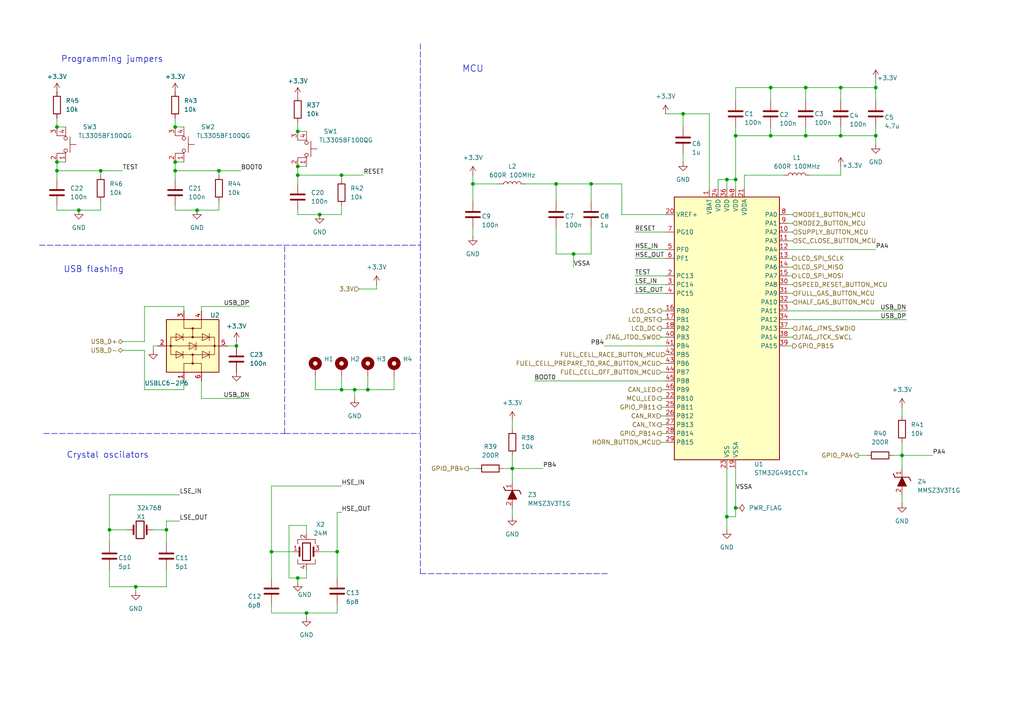
<source format=kicad_sch>
(kicad_sch (version 20250114) (generator "eeschema") (generator_version "9.0")
  (paper "A4")
  (lib_symbols
    (symbol "Device:C" (pin_numbers (hide yes)) (pin_names (offset 0.254))
      (property "Reference" "C" (at 0.635 2.54 0))
      (property "Value" "C" (at 0.635 -2.54 0))
      (symbol "C_0_1"
        (polyline (pts (xy -2.032 0.762) (xy 2.032 0.762)) (stroke (width 0.508)))
        (polyline (pts (xy -2.032 -0.762) (xy 2.032 -0.762)) (stroke (width 0.508)))
      )
      (symbol "C_1_1"
        (pin passive line (at 0 3.81 270) (length 2.794) (name "~") (number "1"))
        (pin passive line (at 0 -3.81 90) (length 2.794) (name "~") (number "2"))
      )
    )
    (symbol "Device:Crystal" (pin_numbers (hide yes)) (pin_names (offset 1.016) (hide yes))
      (property "Reference" "Y" (at 0 3.81 0))
      (property "Value" "Crystal" (at 0 -3.81 0))
      (symbol "Crystal_0_1"
        (polyline (pts (xy -2.54 0) (xy -1.905 0)))
        (polyline (pts (xy -1.905 -1.27) (xy -1.905 1.27)) (stroke (width 0.508)))
        (rectangle (start -1.143 2.54) (end 1.143 -2.54) (stroke (width 0.3048)))
        (polyline (pts (xy 1.905 -1.27) (xy 1.905 1.27)) (stroke (width 0.508)))
        (polyline (pts (xy 2.54 0) (xy 1.905 0)))
      )
      (symbol "Crystal_1_1"
        (pin passive line (at -3.81 0 0) (length 1.27) (name "1") (number "1"))
        (pin passive line (at 3.81 0 180) (length 1.27) (name "2") (number "2"))
      )
    )
    (symbol "Device:Crystal_GND24" (pin_names (offset 1.016) (hide yes))
      (property "Reference" "Y" (at 3.175 5.08 0))
      (property "Value" "Crystal_GND24" (at 3.175 3.175 0))
      (symbol "Crystal_GND24_0_1"
        (polyline (pts (xy -2.54 2.286) (xy -2.54 3.556) (xy 2.54 3.556) (xy 2.54 2.286)))
        (polyline (pts (xy -2.54 0) (xy -2.032 0)))
        (polyline (pts (xy -2.54 -2.286) (xy -2.54 -3.556) (xy 2.54 -3.556) (xy 2.54 -2.286)))
        (polyline (pts (xy -2.032 -1.27) (xy -2.032 1.27)) (stroke (width 0.508)))
        (rectangle (start -1.143 2.54) (end 1.143 -2.54) (stroke (width 0.3048)))
        (polyline (pts (xy 0 3.556) (xy 0 3.81)))
        (polyline (pts (xy 0 -3.81) (xy 0 -3.556)))
        (polyline (pts (xy 2.032 0) (xy 2.54 0)))
        (polyline (pts (xy 2.032 -1.27) (xy 2.032 1.27)) (stroke (width 0.508)))
      )
      (symbol "Crystal_GND24_1_1"
        (pin passive line (at -3.81 0 0) (length 1.27) (name "1") (number "1"))
        (pin passive line (at 0 5.08 270) (length 1.27) (name "2") (number "2"))
        (pin passive line (at 0 -5.08 90) (length 1.27) (name "4") (number "4"))
        (pin passive line (at 3.81 0 180) (length 1.27) (name "3") (number "3"))
      )
    )
    (symbol "Device:L" (pin_numbers (hide yes)) (pin_names (offset 1.016) (hide yes))
      (property "Reference" "L" (at -1.27 0 90))
      (property "Value" "L" (at 1.905 0 90))
      (symbol "L_0_1"
        (arc (start 0 2.54) (mid 0.6323 1.905) (end 0 1.27))
        (arc (start 0 1.27) (mid 0.6323 0.635) (end 0 0))
        (arc (start 0 0) (mid 0.6323 -0.635) (end 0 -1.27))
        (arc (start 0 -1.27) (mid 0.6323 -1.905) (end 0 -2.54))
      )
      (symbol "L_1_1"
        (pin passive line (at 0 3.81 270) (length 1.27) (name "1") (number "1"))
        (pin passive line (at 0 -3.81 90) (length 1.27) (name "2") (number "2"))
      )
    )
    (symbol "Device:R" (pin_numbers (hide yes)) (pin_names (offset 0))
      (property "Reference" "R" (at 2.032 0 90))
      (property "Value" "R" (at 0 0 90))
      (symbol "R_0_1"
        (rectangle (start -1.016 -2.54) (end 1.016 2.54) (stroke (width 0.254)))
      )
      (symbol "R_1_1"
        (pin passive line (at 0 3.81 270) (length 1.27) (name "~") (number "1"))
        (pin passive line (at 0 -3.81 90) (length 1.27) (name "~") (number "2"))
      )
    )
    (symbol "MCU_ST_STM32G4:STM32G491CCTx"
      (property "Reference" "U" (at -15.24 39.37 0))
      (property "Value" "STM32G491CCTx" (at 7.62 39.37 0))
      (symbol "STM32G491CCTx_0_1"
        (rectangle (start -15.24 -38.1) (end 15.24 38.1) (stroke (width 0.254)) (fill (type background)))
      )
      (symbol "STM32G491CCTx_1_1"
        (pin input line (at -17.78 33.02 0) (length 2.54) (name "VREF+") (number "20"))
        (pin bidirectional line (at -17.78 27.94 0) (length 2.54) (name "PG10") (number "7"))
        (pin bidirectional line (at -17.78 22.86 0) (length 2.54) (name "PF0") (number "5"))
        (pin bidirectional line (at -17.78 20.32 0) (length 2.54) (name "PF1") (number "6"))
        (pin bidirectional line (at -17.78 15.24 0) (length 2.54) (name "PC13") (number "2"))
        (pin bidirectional line (at -17.78 12.7 0) (length 2.54) (name "PC14") (number "3"))
        (pin bidirectional line (at -17.78 10.16 0) (length 2.54) (name "PC15") (number "4"))
        (pin bidirectional line (at -17.78 5.08 0) (length 2.54) (name "PB0") (number "16"))
        (pin bidirectional line (at -17.78 2.54 0) (length 2.54) (name "PB1") (number "17"))
        (pin bidirectional line (at -17.78 0 0) (length 2.54) (name "PB2") (number "18"))
        (pin bidirectional line (at -17.78 -2.54 0) (length 2.54) (name "PB3") (number "40"))
        (pin bidirectional line (at -17.78 -5.08 0) (length 2.54) (name "PB4") (number "41"))
        (pin bidirectional line (at -17.78 -7.62 0) (length 2.54) (name "PB5") (number "42"))
        (pin bidirectional line (at -17.78 -10.16 0) (length 2.54) (name "PB6") (number "43"))
        (pin bidirectional line (at -17.78 -12.7 0) (length 2.54) (name "PB7") (number "44"))
        (pin bidirectional line (at -17.78 -15.24 0) (length 2.54) (name "PB8") (number "45"))
        (pin bidirectional line (at -17.78 -17.78 0) (length 2.54) (name "PB9") (number "46"))
        (pin bidirectional line (at -17.78 -20.32 0) (length 2.54) (name "PB10") (number "22"))
        (pin bidirectional line (at -17.78 -22.86 0) (length 2.54) (name "PB11") (number "25"))
        (pin bidirectional line (at -17.78 -25.4 0) (length 2.54) (name "PB12") (number "26"))
        (pin bidirectional line (at -17.78 -27.94 0) (length 2.54) (name "PB13") (number "27"))
        (pin bidirectional line (at -17.78 -30.48 0) (length 2.54) (name "PB14") (number "28"))
        (pin bidirectional line (at -17.78 -33.02 0) (length 2.54) (name "PB15") (number "29"))
        (pin power_in line (at -5.08 40.64 270) (length 2.54) (name "VBAT") (number "1"))
        (pin power_in line (at -2.54 40.64 270) (length 2.54) (name "VDD") (number "24"))
        (pin power_in line (at 0 40.64 270) (length 2.54) (name "VDD") (number "36"))
        (pin power_in line (at 0 -40.64 90) (length 2.54) (name "VSS") (number "23"))
        (pin passive line (at 0 -40.64 90) (length 2.54) (hide yes) (name "VSS") (number "35"))
        (pin passive line (at 0 -40.64 90) (length 2.54) (hide yes) (name "VSS") (number "47"))
        (pin power_in line (at 2.54 40.64 270) (length 2.54) (name "VDD") (number "48"))
        (pin power_in line (at 2.54 -40.64 90) (length 2.54) (name "VSSA") (number "19"))
        (pin power_in line (at 5.08 40.64 270) (length 2.54) (name "VDDA") (number "21"))
        (pin bidirectional line (at 17.78 33.02 180) (length 2.54) (name "PA0") (number "8"))
        (pin bidirectional line (at 17.78 30.48 180) (length 2.54) (name "PA1") (number "9"))
        (pin bidirectional line (at 17.78 27.94 180) (length 2.54) (name "PA2") (number "10"))
        (pin bidirectional line (at 17.78 25.4 180) (length 2.54) (name "PA3") (number "11"))
        (pin bidirectional line (at 17.78 22.86 180) (length 2.54) (name "PA4") (number "12"))
        (pin bidirectional line (at 17.78 20.32 180) (length 2.54) (name "PA5") (number "13"))
        (pin bidirectional line (at 17.78 17.78 180) (length 2.54) (name "PA6") (number "14"))
        (pin bidirectional line (at 17.78 15.24 180) (length 2.54) (name "PA7") (number "15"))
        (pin bidirectional line (at 17.78 12.7 180) (length 2.54) (name "PA8") (number "30"))
        (pin bidirectional line (at 17.78 10.16 180) (length 2.54) (name "PA9") (number "31"))
        (pin bidirectional line (at 17.78 7.62 180) (length 2.54) (name "PA10") (number "32"))
        (pin bidirectional line (at 17.78 5.08 180) (length 2.54) (name "PA11") (number "33"))
        (pin bidirectional line (at 17.78 2.54 180) (length 2.54) (name "PA12") (number "34"))
        (pin bidirectional line (at 17.78 0 180) (length 2.54) (name "PA13") (number "37"))
        (pin bidirectional line (at 17.78 -2.54 180) (length 2.54) (name "PA14") (number "38"))
        (pin bidirectional line (at 17.78 -5.08 180) (length 2.54) (name "PA15") (number "39"))
      )
    )
    (symbol "Mechanical:MountingHole_Pad" (pin_numbers (hide yes)) (pin_names (offset 1.016) (hide yes)) (exclude_from_sim yes) (in_bom no)
      (property "Reference" "H" (at 0 6.35 0))
      (property "Value" "MountingHole_Pad" (at 0 4.445 0))
      (symbol "MountingHole_Pad_0_1"
        (circle (center 0 1.27) (radius 1.27) (stroke (width 1.27)))
      )
      (symbol "MountingHole_Pad_1_1"
        (pin input line (at 0 -2.54 90) (length 2.54) (name "1") (number "1"))
      )
    )
    (symbol "Power_Protection:USBLC6-2P6" (pin_names (hide yes))
      (property "Reference" "U" (at 2.54 8.89 0))
      (property "Value" "USBLC6-2P6" (at 2.54 -8.89 0))
      (symbol "USBLC6-2P6_0_1"
        (rectangle (start -7.62 -7.62) (end 7.62 7.62) (stroke (width 0.254)) (fill (type background)))
        (polyline (pts (xy -5.08 2.54) (xy -7.62 2.54)))
        (circle (center -5.08 0) (radius 0.254) (fill (type outline)))
        (polyline (pts (xy -5.08 0) (xy -5.08 -2.54)))
        (polyline (pts (xy -5.08 -2.54) (xy -7.62 -2.54)))
        (polyline (pts (xy -3.556 2.794) (xy -1.524 2.794) (xy -2.54 4.826) (xy -3.556 2.794)))
        (polyline (pts (xy -3.556 -4.826) (xy -1.524 -4.826) (xy -2.54 -2.794) (xy -3.556 -4.826)))
        (rectangle (start -2.54 6.35) (end 2.54 -6.35))
        (circle (center -2.54 0) (radius 0.254) (fill (type outline)))
        (polyline (pts (xy -2.54 0) (xy -5.08 0) (xy -5.08 2.54)))
        (polyline (pts (xy -1.524 4.826) (xy -3.556 4.826)))
        (polyline (pts (xy -1.524 -2.794) (xy -3.556 -2.794)))
        (polyline (pts (xy -1.016 -1.016) (xy 1.016 -1.016) (xy 0 1.016) (xy -1.016 -1.016)))
        (circle (center 0 6.35) (radius 0.254) (fill (type outline)))
        (polyline (pts (xy 0 6.35) (xy 0 7.62)))
        (polyline (pts (xy 0 1.27) (xy 0 6.35)))
        (polyline (pts (xy 0 -6.35) (xy 0 1.27)))
        (circle (center 0 -6.35) (radius 0.254) (fill (type outline)))
        (polyline (pts (xy 0 -7.62) (xy 0 -6.35)))
        (polyline (pts (xy 1.016 1.016) (xy 0.762 1.016) (xy -1.016 1.016) (xy -1.016 0.508)))
        (polyline (pts (xy 1.524 4.826) (xy 3.556 4.826)))
        (polyline (pts (xy 1.524 -2.794) (xy 3.556 -2.794)))
        (polyline (pts (xy 2.54 0) (xy 5.08 0) (xy 5.08 2.54)))
        (circle (center 2.54 0) (radius 0.254) (fill (type outline)))
        (polyline (pts (xy 3.556 2.794) (xy 1.524 2.794) (xy 2.54 4.826) (xy 3.556 2.794)))
        (polyline (pts (xy 3.556 -4.826) (xy 1.524 -4.826) (xy 2.54 -2.794) (xy 3.556 -4.826)))
        (polyline (pts (xy 5.08 2.54) (xy 7.62 2.54)))
        (polyline (pts (xy 5.08 0) (xy 5.08 -2.54)))
        (circle (center 5.08 0) (radius 0.254) (fill (type outline)))
        (polyline (pts (xy 5.08 -2.54) (xy 7.62 -2.54)))
      )
      (symbol "USBLC6-2P6_1_1"
        (pin passive line (at -10.16 2.54 0) (length 2.54) (name "I/O1") (number "6"))
        (pin passive line (at -10.16 -2.54 0) (length 2.54) (name "I/O1") (number "1"))
        (pin passive line (at 0 10.16 270) (length 2.54) (name "VBUS") (number "5"))
        (pin passive line (at 0 -10.16 90) (length 2.54) (name "GND") (number "2"))
        (pin passive line (at 10.16 2.54 180) (length 2.54) (name "I/O2") (number "4"))
        (pin passive line (at 10.16 -2.54 180) (length 2.54) (name "I/O2") (number "3"))
      )
    )
    (symbol "Switch:SW_MEC_5E" (pin_names (offset 1.016) (hide yes))
      (property "Reference" "SW" (at 0.635 5.715 0))
      (property "Value" "SW_MEC_5E" (at 0 -3.175 0))
      (symbol "SW_MEC_5E_0_1"
        (polyline (pts (xy -2.54 0) (xy -2.54 2.54) (xy -2.286 2.54)))
        (polyline (pts (xy -2.286 3.81) (xy 2.286 3.81)))
        (circle (center -1.778 2.54) (radius 0.508))
        (polyline (pts (xy 0 3.81) (xy 0 5.588)))
        (circle (center 1.778 2.54) (radius 0.508))
        (polyline (pts (xy 2.54 0) (xy 2.54 2.54) (xy 2.286 2.54)))
        (pin passive line (at -5.08 2.54 0) (length 2.54) (name "1") (number "1"))
        (pin passive line (at -5.08 0 0) (length 2.54) (name "2") (number "2"))
        (pin passive line (at 5.08 2.54 180) (length 2.54) (name "A") (number "4"))
        (pin passive line (at 5.08 0 180) (length 2.54) (name "K") (number "3"))
      )
    )
    (symbol "Zener 3.3V:MMSZ3V3T1G" (pin_names (hide yes))
      (property "Reference" "Z1" (at 6.3499 4.445 90))
      (property "Value" "MMSZ3V3T1G" (at 8.8899 4.445 90))
      (symbol "MMSZ3V3T1G_1_1"
        (polyline (pts (xy 4.064 -2.54) (xy 5.08 -2.032)) (stroke (width 0.254)))
        (polyline (pts (xy 5.08 2.032) (xy 5.08 -2.032)) (stroke (width 0.254)))
        (polyline (pts (xy 5.08 2.032) (xy 6.096 2.54)) (stroke (width 0.254)))
        (polyline (pts (xy 5.08 0) (xy 7.62 1.27) (xy 7.62 -1.27) (xy 5.08 0)) (stroke (width 0.254)) (fill (type outline)))
        (pin passive line (at 2.54 0 0) (length 2.54) (name "K") (number "1"))
        (pin passive line (at 10.16 0 180) (length 2.54) (name "A") (number "2"))
      )
    )
    (symbol "power:+3.3V" (power) (pin_numbers (hide yes)) (pin_names (offset 0) (hide yes))
      (property "Value" "+3.3V" (at 0 3.556 0))
      (symbol "+3.3V_0_1"
        (polyline (pts (xy -0.762 1.27) (xy 0 2.54)))
        (polyline (pts (xy 0 2.54) (xy 0.762 1.27)))
        (polyline (pts (xy 0 0) (xy 0 2.54)))
      )
      (symbol "+3.3V_1_1"
        (pin power_in line (at 0 0 90) (length 0) (name "~") (number "1"))
      )
    )
    (symbol "power:GND" (power) (pin_numbers (hide yes)) (pin_names (offset 0) (hide yes))
      (property "Value" "GND" (at 0 -3.81 0))
      (symbol "GND_0_1"
        (polyline (pts (xy 0 0) (xy 0 -1.27) (xy 1.27 -1.27) (xy 0 -2.54) (xy -1.27 -1.27) (xy 0 -1.27)))
      )
      (symbol "GND_1_1"
        (pin power_in line (at 0 0 270) (length 0) (name "~") (number "1"))
      )
    )
    (symbol "power:PWR_FLAG" (power) (pin_numbers (hide yes)) (pin_names (offset 0) (hide yes))
      (property "Value" "PWR_FLAG" (at 0 3.81 0))
      (symbol "PWR_FLAG_0_0"
        (pin power_out line (at 0 0 90) (length 0) (name "~") (number "1"))
      )
      (symbol "PWR_FLAG_0_1"
        (polyline (pts (xy 0 0) (xy 0 1.27) (xy -1.016 1.905) (xy 0 2.54) (xy 1.016 1.905) (xy 0 1.27)))
      )
    )
  )
  (text "MCU" (at 137.16 20.066 0) (effects (font (size 1.905 1.905))))
  (text "USB flashing\n" (at 27.178 78.232 0) (effects (font (size 1.778 1.778))))
  (text "Crystal oscilators" (at 31.242 132.08 0) (effects (font (size 1.778 1.778))))
  (text "Programming jumpers" (at 32.512 17.272 0) (effects (font (size 1.778 1.778))))
  (junction (at 68.58 100.33))
  (junction (at 243.84 39.37))
  (junction (at 99.06 113.03))
  (junction (at 233.68 39.37))
  (junction (at 86.36 48.26))
  (junction (at 261.62 132.08))
  (junction (at 29.21 49.53))
  (junction (at 97.79 160.02))
  (junction (at 16.51 36.83))
  (junction (at 198.12 33.02))
  (junction (at 16.51 49.53))
  (junction (at 213.36 39.37))
  (junction (at 57.15 60.96))
  (junction (at 254 25.4))
  (junction (at 213.36 52.07))
  (junction (at 86.36 50.8))
  (junction (at 213.36 147.32))
  (junction (at 233.68 25.4))
  (junction (at 86.36 167.64))
  (junction (at 223.52 39.37))
  (junction (at 166.37 73.66))
  (junction (at 99.06 50.8))
  (junction (at 39.37 170.18))
  (junction (at 210.82 52.07))
  (junction (at 92.71 62.23))
  (junction (at 50.8 36.83))
  (junction (at 210.82 149.86))
  (junction (at 171.45 53.34))
  (junction (at 137.16 53.34))
  (junction (at 243.84 25.4))
  (junction (at 16.51 46.99))
  (junction (at 50.8 46.99))
  (junction (at 223.52 25.4))
  (junction (at 86.36 38.1))
  (junction (at 254 39.37))
  (junction (at 63.5 49.53))
  (junction (at 88.9 177.8))
  (junction (at 102.87 113.03))
  (junction (at 106.68 113.03))
  (junction (at 50.8 49.53))
  (junction (at 22.86 60.96))
  (junction (at 78.74 160.02))
  (junction (at 148.59 135.89))
  (junction (at 161.29 53.34))
  (junction (at 48.26 153.67))
  (junction (at 31.75 153.67))
  (wire (pts (xy 29.21 49.53) (xy 16.51 49.53)))
  (wire (pts (xy 31.75 143.51) (xy 52.07 143.51)))
  (polyline (pts (xy 121.92 12.7) (xy 121.92 71.12)) (stroke (width 0) (type dash)))
  (polyline (pts (xy 12.7 125.73) (xy 82.55 125.73)) (stroke (width 0) (type dash)))
  (wire (pts (xy 63.5 49.53) (xy 50.8 49.53)))
  (wire (pts (xy 16.51 60.96) (xy 22.86 60.96)))
  (polyline (pts (xy 121.92 71.12) (xy 121.92 166.37)) (stroke (width 0) (type dash)))
  (wire (pts (xy 254 25.4) (xy 254 29.21)))
  (wire (pts (xy 16.51 46.99) (xy 16.51 49.53)))
  (wire (pts (xy 29.21 50.8) (xy 29.21 49.53)))
  (wire (pts (xy 88.9 167.64) (xy 88.9 165.1)))
  (wire (pts (xy 78.74 160.02) (xy 78.74 167.64)))
  (wire (pts (xy 92.71 62.23) (xy 99.06 62.23)))
  (wire (pts (xy 229.87 95.25) (xy 228.6 95.25)))
  (wire (pts (xy 228.6 87.63) (xy 229.87 87.63)))
  (wire (pts (xy 228.6 62.23) (xy 229.87 62.23)))
  (wire (pts (xy 243.84 39.37) (xy 233.68 39.37)))
  (wire (pts (xy 88.9 152.4) (xy 83.82 152.4)))
  (wire (pts (xy 86.36 167.64) (xy 88.9 167.64)))
  (wire (pts (xy 148.59 135.89) (xy 146.05 135.89)))
  (wire (pts (xy 48.26 170.18) (xy 48.26 165.1)))
  (wire (pts (xy 254 39.37) (xy 243.84 39.37)))
  (wire (pts (xy 161.29 53.34) (xy 171.45 53.34)))
  (wire (pts (xy 114.3 113.03) (xy 114.3 109.22)))
  (wire (pts (xy 29.21 49.53) (xy 35.56 49.53)))
  (wire (pts (xy 261.62 128.27) (xy 261.62 132.08)))
  (wire (pts (xy 86.36 48.26) (xy 88.9 48.26)))
  (wire (pts (xy 210.82 52.07) (xy 213.36 52.07)))
  (wire (pts (xy 191.77 113.03) (xy 193.04 113.03)))
  (wire (pts (xy 233.68 39.37) (xy 223.52 39.37)))
  (wire (pts (xy 161.29 73.66) (xy 166.37 73.66)))
  (wire (pts (xy 223.52 25.4) (xy 223.52 29.21)))
  (wire (pts (xy 233.68 25.4) (xy 233.68 29.21)))
  (wire (pts (xy 86.36 38.1) (xy 88.9 38.1)))
  (wire (pts (xy 191.77 107.95) (xy 193.04 107.95)))
  (wire (pts (xy 261.62 118.11) (xy 261.62 120.65)))
  (wire (pts (xy 254 41.91) (xy 254 39.37)))
  (wire (pts (xy 58.42 115.57) (xy 58.42 110.49)))
  (wire (pts (xy 104.14 83.82) (xy 109.22 83.82)))
  (wire (pts (xy 228.6 69.85) (xy 229.87 69.85)))
  (wire (pts (xy 166.37 73.66) (xy 171.45 73.66)))
  (wire (pts (xy 261.62 143.51) (xy 261.62 146.05)))
  (wire (pts (xy 210.82 135.89) (xy 210.82 149.86)))
  (wire (pts (xy 144.78 53.34) (xy 137.16 53.34)))
  (polyline (pts (xy 82.55 125.73) (xy 82.55 71.12)) (stroke (width 0) (type dash)))
  (wire (pts (xy 66.04 100.33) (xy 68.58 100.33)))
  (wire (pts (xy 148.59 135.89) (xy 148.59 139.7)))
  (wire (pts (xy 137.16 58.42) (xy 137.16 53.34)))
  (wire (pts (xy 22.86 60.96) (xy 29.21 60.96)))
  (wire (pts (xy 184.15 85.09) (xy 193.04 85.09)))
  (wire (pts (xy 228.6 92.71) (xy 262.89 92.71)))
  (wire (pts (xy 63.5 50.8) (xy 63.5 49.53)))
  (wire (pts (xy 31.75 170.18) (xy 39.37 170.18)))
  (wire (pts (xy 223.52 36.83) (xy 223.52 39.37)))
  (wire (pts (xy 31.75 157.48) (xy 31.75 153.67)))
  (wire (pts (xy 48.26 153.67) (xy 48.26 157.48)))
  (wire (pts (xy 88.9 154.94) (xy 88.9 152.4)))
  (wire (pts (xy 254 36.83) (xy 254 39.37)))
  (wire (pts (xy 191.77 90.17) (xy 193.04 90.17)))
  (wire (pts (xy 148.59 132.08) (xy 148.59 135.89)))
  (wire (pts (xy 223.52 25.4) (xy 233.68 25.4)))
  (wire (pts (xy 91.44 109.22) (xy 91.44 113.03)))
  (wire (pts (xy 88.9 179.07) (xy 88.9 177.8)))
  (wire (pts (xy 191.77 120.65) (xy 193.04 120.65)))
  (wire (pts (xy 86.36 62.23) (xy 92.71 62.23)))
  (wire (pts (xy 39.37 171.45) (xy 39.37 170.18)))
  (wire (pts (xy 16.51 59.69) (xy 16.51 60.96)))
  (wire (pts (xy 161.29 58.42) (xy 161.29 53.34)))
  (wire (pts (xy 261.62 132.08) (xy 259.08 132.08)))
  (wire (pts (xy 16.51 46.99) (xy 19.05 46.99)))
  (wire (pts (xy 50.8 60.96) (xy 57.15 60.96)))
  (wire (pts (xy 208.28 54.61) (xy 208.28 52.07)))
  (wire (pts (xy 248.92 132.08) (xy 251.46 132.08)))
  (wire (pts (xy 213.36 25.4) (xy 223.52 25.4)))
  (wire (pts (xy 215.9 50.8) (xy 227.33 50.8)))
  (wire (pts (xy 83.82 167.64) (xy 86.36 167.64)))
  (wire (pts (xy 137.16 50.8) (xy 137.16 53.34)))
  (wire (pts (xy 191.77 105.41) (xy 193.04 105.41)))
  (wire (pts (xy 50.8 36.83) (xy 53.34 36.83)))
  (wire (pts (xy 210.82 54.61) (xy 210.82 52.07)))
  (wire (pts (xy 50.8 46.99) (xy 50.8 49.53)))
  (wire (pts (xy 99.06 50.8) (xy 86.36 50.8)))
  (wire (pts (xy 154.94 110.49) (xy 193.04 110.49)))
  (wire (pts (xy 148.59 121.92) (xy 148.59 124.46)))
  (wire (pts (xy 243.84 50.8) (xy 243.84 48.26)))
  (wire (pts (xy 106.68 109.22) (xy 106.68 113.03)))
  (wire (pts (xy 57.15 60.96) (xy 63.5 60.96)))
  (wire (pts (xy 198.12 33.02) (xy 198.12 36.83)))
  (wire (pts (xy 44.45 100.33) (xy 44.45 101.6)))
  (wire (pts (xy 53.34 88.9) (xy 53.34 90.17)))
  (wire (pts (xy 99.06 62.23) (xy 99.06 59.69)))
  (wire (pts (xy 148.59 135.89) (xy 157.48 135.89)))
  (wire (pts (xy 229.87 97.79) (xy 228.6 97.79)))
  (wire (pts (xy 63.5 60.96) (xy 63.5 58.42)))
  (wire (pts (xy 106.68 113.03) (xy 114.3 113.03)))
  (wire (pts (xy 175.26 100.33) (xy 193.04 100.33)))
  (wire (pts (xy 58.42 115.57) (xy 72.39 115.57)))
  (wire (pts (xy 102.87 113.03) (xy 106.68 113.03)))
  (wire (pts (xy 184.15 67.31) (xy 193.04 67.31)))
  (wire (pts (xy 63.5 49.53) (xy 69.85 49.53)))
  (wire (pts (xy 41.91 88.9) (xy 53.34 88.9)))
  (wire (pts (xy 78.74 160.02) (xy 78.74 140.97)))
  (wire (pts (xy 208.28 52.07) (xy 210.82 52.07)))
  (wire (pts (xy 198.12 44.45) (xy 198.12 46.99)))
  (wire (pts (xy 228.6 64.77) (xy 229.87 64.77)))
  (wire (pts (xy 97.79 160.02) (xy 97.79 167.64)))
  (wire (pts (xy 234.95 50.8) (xy 243.84 50.8)))
  (wire (pts (xy 191.77 92.71) (xy 193.04 92.71)))
  (wire (pts (xy 171.45 53.34) (xy 180.34 53.34)))
  (wire (pts (xy 180.34 53.34) (xy 180.34 62.23)))
  (wire (pts (xy 213.36 36.83) (xy 213.36 39.37)))
  (wire (pts (xy 228.6 82.55) (xy 229.87 82.55)))
  (wire (pts (xy 205.74 33.02) (xy 205.74 54.61)))
  (wire (pts (xy 97.79 160.02) (xy 97.79 148.59)))
  (wire (pts (xy 86.36 48.26) (xy 86.36 50.8)))
  (wire (pts (xy 228.6 67.31) (xy 229.87 67.31)))
  (wire (pts (xy 254 22.86) (xy 254 25.4)))
  (polyline (pts (xy 82.55 125.73) (xy 121.92 125.73)) (stroke (width 0) (type dash)))
  (wire (pts (xy 137.16 66.04) (xy 137.16 68.58)))
  (wire (pts (xy 31.75 165.1) (xy 31.75 170.18)))
  (wire (pts (xy 166.37 73.66) (xy 166.37 77.47)))
  (wire (pts (xy 191.77 125.73) (xy 193.04 125.73)))
  (wire (pts (xy 213.36 147.32) (xy 213.36 149.86)))
  (wire (pts (xy 16.51 36.83) (xy 19.05 36.83)))
  (wire (pts (xy 213.36 135.89) (xy 213.36 147.32)))
  (wire (pts (xy 86.36 53.34) (xy 86.36 50.8)))
  (wire (pts (xy 193.04 33.02) (xy 198.12 33.02)))
  (wire (pts (xy 233.68 36.83) (xy 233.68 39.37)))
  (wire (pts (xy 243.84 36.83) (xy 243.84 39.37)))
  (wire (pts (xy 184.15 82.55) (xy 193.04 82.55)))
  (wire (pts (xy 184.15 72.39) (xy 193.04 72.39)))
  (wire (pts (xy 39.37 170.18) (xy 48.26 170.18)))
  (wire (pts (xy 85.09 160.02) (xy 78.74 160.02)))
  (wire (pts (xy 83.82 152.4) (xy 83.82 167.64)))
  (polyline (pts (xy 11.43 71.12) (xy 121.92 71.12)) (stroke (width 0) (type dash)))
  (wire (pts (xy 58.42 88.9) (xy 72.39 88.9)))
  (wire (pts (xy 191.77 123.19) (xy 193.04 123.19)))
  (wire (pts (xy 213.36 39.37) (xy 213.36 52.07)))
  (wire (pts (xy 229.87 100.33) (xy 228.6 100.33)))
  (wire (pts (xy 213.36 149.86) (xy 210.82 149.86)))
  (wire (pts (xy 161.29 53.34) (xy 152.4 53.34)))
  (wire (pts (xy 171.45 58.42) (xy 171.45 53.34)))
  (wire (pts (xy 228.6 80.01) (xy 229.87 80.01)))
  (wire (pts (xy 41.91 101.6) (xy 41.91 113.03)))
  (wire (pts (xy 91.44 113.03) (xy 99.06 113.03)))
  (wire (pts (xy 215.9 54.61) (xy 215.9 50.8)))
  (wire (pts (xy 58.42 88.9) (xy 58.42 90.17)))
  (wire (pts (xy 228.6 77.47) (xy 229.87 77.47)))
  (wire (pts (xy 213.36 54.61) (xy 213.36 52.07)))
  (wire (pts (xy 135.89 135.89) (xy 138.43 135.89)))
  (wire (pts (xy 191.77 95.25) (xy 193.04 95.25)))
  (wire (pts (xy 184.15 74.93) (xy 193.04 74.93)))
  (wire (pts (xy 261.62 132.08) (xy 270.51 132.08)))
  (wire (pts (xy 161.29 66.04) (xy 161.29 73.66)))
  (wire (pts (xy 102.87 115.57) (xy 102.87 113.03)))
  (wire (pts (xy 109.22 83.82) (xy 109.22 82.55)))
  (wire (pts (xy 48.26 151.13) (xy 52.07 151.13)))
  (wire (pts (xy 48.26 153.67) (xy 48.26 151.13)))
  (wire (pts (xy 180.34 62.23) (xy 193.04 62.23)))
  (wire (pts (xy 41.91 99.06) (xy 35.56 99.06)))
  (wire (pts (xy 16.51 52.07) (xy 16.51 49.53)))
  (wire (pts (xy 198.12 33.02) (xy 205.74 33.02)))
  (wire (pts (xy 191.77 115.57) (xy 193.04 115.57)))
  (wire (pts (xy 210.82 149.86) (xy 210.82 153.67)))
  (wire (pts (xy 243.84 25.4) (xy 254 25.4)))
  (wire (pts (xy 228.6 72.39) (xy 254 72.39)))
  (wire (pts (xy 78.74 140.97) (xy 99.06 140.97)))
  (wire (pts (xy 78.74 175.26) (xy 78.74 177.8)))
  (wire (pts (xy 44.45 153.67) (xy 48.26 153.67)))
  (wire (pts (xy 97.79 177.8) (xy 97.79 175.26)))
  (wire (pts (xy 50.8 59.69) (xy 50.8 60.96)))
  (wire (pts (xy 50.8 52.07) (xy 50.8 49.53)))
  (wire (pts (xy 44.45 100.33) (xy 45.72 100.33)))
  (wire (pts (xy 99.06 52.07) (xy 99.06 50.8)))
  (wire (pts (xy 78.74 177.8) (xy 88.9 177.8)))
  (wire (pts (xy 31.75 153.67) (xy 31.75 143.51)))
  (wire (pts (xy 68.58 99.06) (xy 68.58 100.33)))
  (wire (pts (xy 86.36 60.96) (xy 86.36 62.23)))
  (wire (pts (xy 191.77 97.79) (xy 193.04 97.79)))
  (wire (pts (xy 41.91 99.06) (xy 41.91 88.9)))
  (wire (pts (xy 50.8 34.29) (xy 50.8 36.83)))
  (wire (pts (xy 53.34 46.99) (xy 50.8 46.99)))
  (wire (pts (xy 261.62 132.08) (xy 261.62 135.89)))
  (wire (pts (xy 86.36 168.91) (xy 86.36 167.64)))
  (wire (pts (xy 213.36 25.4) (xy 213.36 29.21)))
  (wire (pts (xy 97.79 148.59) (xy 99.06 148.59)))
  (wire (pts (xy 41.91 101.6) (xy 35.56 101.6)))
  (wire (pts (xy 191.77 128.27) (xy 193.04 128.27)))
  (wire (pts (xy 99.06 50.8) (xy 105.41 50.8)))
  (wire (pts (xy 228.6 74.93) (xy 229.87 74.93)))
  (wire (pts (xy 191.77 118.11) (xy 193.04 118.11)))
  (wire (pts (xy 41.91 113.03) (xy 53.34 113.03)))
  (wire (pts (xy 171.45 66.04) (xy 171.45 73.66)))
  (wire (pts (xy 148.59 147.32) (xy 148.59 149.86)))
  (wire (pts (xy 223.52 39.37) (xy 213.36 39.37)))
  (wire (pts (xy 233.68 25.4) (xy 243.84 25.4)))
  (wire (pts (xy 228.6 90.17) (xy 262.89 90.17)))
  (wire (pts (xy 88.9 177.8) (xy 97.79 177.8)))
  (wire (pts (xy 243.84 25.4) (xy 243.84 29.21)))
  (wire (pts (xy 86.36 35.56) (xy 86.36 38.1)))
  (wire (pts (xy 29.21 60.96) (xy 29.21 58.42)))
  (wire (pts (xy 53.34 110.49) (xy 53.34 113.03)))
  (wire (pts (xy 16.51 34.29) (xy 16.51 36.83)))
  (wire (pts (xy 184.15 80.01) (xy 193.04 80.01)))
  (wire (pts (xy 228.6 85.09) (xy 229.87 85.09)))
  (wire (pts (xy 99.06 109.22) (xy 99.06 113.03)))
  (wire (pts (xy 99.06 113.03) (xy 102.87 113.03)))
  (wire (pts (xy 92.71 160.02) (xy 97.79 160.02)))
  (polyline (pts (xy 121.92 166.37) (xy 176.53 166.37)) (stroke (width 0) (type dash)))
  (wire (pts (xy 31.75 153.67) (xy 36.83 153.67)))
  (label "LSE_IN" (at 184.15 82.55 0))
  (label "TEST" (at 184.15 80.01 0))
  (label "PA4" (at 254 72.39 0))
  (label "LSE_IN" (at 52.07 143.51 0))
  (label "HSE_OUT" (at 99.06 148.59 0))
  (label "PA4" (at 270.51 132.08 0))
  (label "PB4" (at 175.26 100.33 180))
  (label "USB_DP" (at 72.39 88.9 180))
  (label "TEST" (at 35.56 49.53 0))
  (label "USB_DP" (at 262.89 92.71 180))
  (label "BOOT0" (at 69.85 49.53 0))
  (label "BOOT0" (at 154.94 110.49 0))
  (label "PB4" (at 157.48 135.89 0))
  (label "RESET" (at 184.15 67.31 0))
  (label "HSE_IN" (at 184.15 72.39 0))
  (label "LSE_OUT" (at 184.15 85.09 0))
  (label "HSE_IN" (at 99.06 140.97 0))
  (label "USB_DN" (at 262.89 90.17 180))
  (label "VSSA" (at 213.36 142.24 0))
  (label "USB_DN" (at 72.39 115.57 180))
  (label "RESET" (at 105.41 50.8 0))
  (label "HSE_OUT" (at 184.15 74.93 0))
  (label "VSSA" (at 166.37 77.47 0))
  (label "LSE_OUT" (at 52.07 151.13 0))
  (hierarchical_label "CAN_RX" (shape input) (at 191.77 120.65 180))
  (hierarchical_label "SUPPLY_BUTTON_MCU" (shape input) (at 229.87 67.31 0))
  (hierarchical_label "LCD_SPI_MISO" (shape input) (at 229.87 77.47 0))
  (hierarchical_label "MODE1_BUTTON_MCU" (shape input) (at 229.87 62.23 0))
  (hierarchical_label "JTAG_JTDO_SWO" (shape input) (at 191.77 97.79 180))
  (hierarchical_label "LCD_SPI_MOSI" (shape output) (at 229.87 80.01 0))
  (hierarchical_label "JTAG_JTCK_SWCL" (shape input) (at 229.87 97.79 0))
  (hierarchical_label "FUEL_CELL_PREPARE_TO_RAC_BUTTON_MCU" (shape input) (at 191.77 105.41 180))
  (hierarchical_label "USB_D-" (shape bidirectional) (at 35.56 101.6 180))
  (hierarchical_label "LCD_SPI_SCLK" (shape output) (at 229.87 74.93 0))
  (hierarchical_label "USB_D+" (shape bidirectional) (at 35.56 99.06 180))
  (hierarchical_label "SPEED_RESET_BUTTON_MCU" (shape input) (at 229.87 82.55 0))
  (hierarchical_label "CAN_TX" (shape output) (at 191.77 123.19 180))
  (hierarchical_label "JTAG_JTMS_SWDIO" (shape input) (at 229.87 95.25 0))
  (hierarchical_label "GPIO_PB15" (shape output) (at 229.87 100.33 0))
  (hierarchical_label "FUEL_CELL_RACE_BUTTON_MCU" (shape input) (at 193.04 102.87 180))
  (hierarchical_label "GPIO_PB4" (shape output) (at 135.89 135.89 180))
  (hierarchical_label "GPIO_PB11" (shape output) (at 191.77 118.11 180))
  (hierarchical_label "3.3V" (shape input) (at 104.14 83.82 180))
  (hierarchical_label "SC_CLOSE_BUTTON_MCU" (shape input) (at 229.87 69.85 0))
  (hierarchical_label "LCD_CS" (shape output) (at 191.77 90.17 180))
  (hierarchical_label "FUEL_CELL_OFF_BUTTON_MCU" (shape input) (at 191.77 107.95 180))
  (hierarchical_label "GPIO_PA4" (shape output) (at 248.92 132.08 180))
  (hierarchical_label "GPIO_PB14" (shape output) (at 191.77 125.73 180))
  (hierarchical_label "HALF_GAS_BUTTON_MCU" (shape input) (at 229.87 87.63 0))
  (hierarchical_label "MCU_LED" (shape output) (at 191.77 115.57 180))
  (hierarchical_label "LCD_RST" (shape output) (at 191.77 92.71 180))
  (hierarchical_label "MODE2_BUTTON_MCU" (shape input) (at 229.87 64.77 0))
  (hierarchical_label "CAN_LED" (shape output) (at 191.77 113.03 180))
  (hierarchical_label "HORN_BUTTON_MCU" (shape input) (at 191.77 128.27 180))
  (hierarchical_label "FULL_GAS_BUTTON_MCU" (shape input) (at 229.87 85.09 0))
  (hierarchical_label "LCD_DC" (shape output) (at 191.77 95.25 180))
  (symbol (lib_id "Device:C") (at 161.29 62.23 0) (unit 1)
    (property "Reference" "C7" (at 163.83 62.738 0) (effects (justify left)))
    (property "Value" "100n" (at 163.83 65.278 0) (effects (justify left)))
    (property "Footprint" "Capacitor_SMD:C_1206_3216Metric" (effects (hide yes)))
    (property "Description" "Unpolarized capacitor" (effects (hide yes)))
  )
  (symbol (lib_id "power:GND") (at 137.16 68.58 0) (unit 1)
    (property "Reference" "#PWR07" (effects (hide yes)))
    (property "Value" "GND" (at 137.16 73.66 0))
    (property "Description" "Power symbol creates a global label with name \"GND\" , ground" (effects (hide yes)))
  )
  (symbol (lib_id "Power_Protection:USBLC6-2P6") (at 55.88 100.33 270) (mirror x) (unit 1)
    (property "Reference" "U2" (at 60.96 91.44 90) (effects (justify left)))
    (property "Value" "USBLC6-2P6" (at 41.91 111.125 90) (effects (justify left)))
    (property "Footprint" "Package_TO_SOT_SMD:SOT-666" (effects (hide yes)))
    (property "Datasheet" "https://www.st.com/resource/en/datasheet/usblc6-2.pdf" (effects (hide yes)))
  )
  (symbol (lib_id "power:GND") (at 86.36 168.91 0) (unit 1)
    (property "Reference" "#PWR010" (effects (hide yes)))
    (property "Value" "GND" (at 88.392 172.466 0))
    (property "Description" "Power symbol creates a global label with name \"GND\" , ground" (effects (hide yes)))
  )
  (symbol (lib_id "power:GND") (at 210.82 153.67 0) (unit 1)
    (property "Reference" "#PWR01" (effects (hide yes)))
    (property "Value" "GND" (at 210.82 158.75 0))
    (property "Description" "Power symbol creates a global label with name \"GND\" , ground" (effects (hide yes)))
  )
  (symbol (lib_id "Mechanical:MountingHole_Pad") (at 106.68 106.68 0) (unit 1) (exclude_from_sim yes) (in_bom no)
    (property "Reference" "H3" (at 109.22 104.1399 0) (effects (justify left)))
    (property "Value" "MountingHole_Pad" (effects (hide yes)))
    (property "Footprint" "MountingHole:MountingHole_3.2mm_M3_Pad" (effects (hide yes)))
    (property "Description" "Mounting Hole with connection" (effects (hide yes)))
  )
  (symbol (lib_id "Device:C") (at 68.58 104.14 0) (unit 1)
    (property "Reference" "C23" (at 72.39 102.8699 0) (effects (justify left)))
    (property "Value" "100n" (at 72.39 105.4099 0) (effects (justify left)))
    (property "Footprint" "Capacitor_SMD:C_1206_3216Metric" (effects (hide yes)))
  )
  (symbol (lib_id "power:+3.3V") (at 50.8 26.67 0) (unit 1)
    (property "Reference" "#PWR088" (effects (hide yes)))
    (property "Value" "+3.3V" (at 50.8 22.225 0))
  )
  (symbol (lib_id "MCU_ST_STM32G4:STM32G491CCTx") (at 210.82 95.25 0) (unit 1)
    (property "Reference" "U1" (at 218.694 134.62 0) (effects (justify left)))
    (property "Value" "STM32G491CCTx" (at 218.694 137.16 0) (effects (justify left)))
    (property "Footprint" "Package_QFP:LQFP-48_7x7mm_P0.5mm" (effects (hide yes)))
    (property "Datasheet" "https://www.st.com/resource/en/datasheet/stm32g491cc.pdf" (effects (hide yes)))
    (property "Description" "STMicroelectronics Arm Cortex-M4 MCU, 256KB flash, 112KB RAM, 170 MHz, 1.71-3.6V, 38 GPIO, LQFP48" (effects (hide yes)))
  )
  (symbol (lib_id "power:+3.3V") (at 137.16 50.8 0) (unit 1)
    (property "Reference" "#PWR08" (effects (hide yes)))
    (property "Value" "+3.3V" (at 137.16 45.72 0))
    (property "Description" "Power symbol creates a global label with name \"+3.3V\"" (effects (hide yes)))
  )
  (symbol (lib_id "power:GND") (at 22.86 60.96 0) (unit 1)
    (property "Reference" "#PWR091" (effects (hide yes)))
    (property "Value" "GND" (at 22.86 66.04 0))
    (property "Description" "Power symbol creates a global label with name \"GND\" , ground" (effects (hide yes)))
  )
  (symbol (lib_id "Switch:SW_MEC_5E") (at 86.36 43.18 270) (mirror x) (unit 1)
    (property "Reference" "SW1" (at 95.885 38.1 90))
    (property "Value" "TL3305BF100QG" (at 100.33 40.64 90))
    (property "Footprint" "Lib:SW_TL3305BF160QG" (effects (hide yes)))
    (property "Datasheet" "http://www.apem.com/int/index.php?controller=attachment&id_attachment=1371" (effects (hide yes)))
    (property "Description" "MEC 5E single pole normally-open tactile switch" (effects (hide yes)))
    (property "Mouser Part Number" "612-TL3305BF100QG" (effects (hide yes)))
    (property "Mouser Price/Stock" "https://www.mouser.co.uk/ProductDetail/E-Switch/TL3305BF100QG?qs=IKkN%2F947nfDIPwqPQja%252BvQ%3D%3D" (effects (hide yes)))
    (property "Manufacturer_Name" "E-Switch" (effects (hide yes)))
    (property "Manufacturer_Part_Number" "TL3305BF100QG" (effects (hide yes)))
  )
  (symbol (lib_id "Mechanical:MountingHole_Pad") (at 91.44 106.68 0) (unit 1) (exclude_from_sim yes) (in_bom no)
    (property "Reference" "H1" (at 93.98 104.1399 0) (effects (justify left)))
    (property "Value" "MountingHole_Pad" (effects (hide yes)))
    (property "Footprint" "MountingHole:MountingHole_3.2mm_M3_Pad" (effects (hide yes)))
    (property "Description" "Mounting Hole with connection" (effects (hide yes)))
  )
  (symbol (lib_id "Device:C") (at 171.45 62.23 0) (unit 1)
    (property "Reference" "C8" (at 173.99 62.738 0) (effects (justify left)))
    (property "Value" "1u" (at 173.99 65.278 0) (effects (justify left)))
    (property "Footprint" "Capacitor_SMD:C_1206_3216Metric" (effects (hide yes)))
    (property "Description" "Unpolarized capacitor" (effects (hide yes)))
  )
  (symbol (lib_id "Mechanical:MountingHole_Pad") (at 99.06 106.68 0) (unit 1) (exclude_from_sim yes) (in_bom no)
    (property "Reference" "H2" (at 101.6 104.1399 0) (effects (justify left)))
    (property "Value" "MountingHole_Pad" (effects (hide yes)))
    (property "Footprint" "MountingHole:MountingHole_3.2mm_M3_Pad" (effects (hide yes)))
    (property "Description" "Mounting Hole with connection" (effects (hide yes)))
  )
  (symbol (lib_id "Device:R") (at 261.62 124.46 0) (unit 1)
    (property "Reference" "R41" (at 264.16 123.1899 0) (effects (justify left)))
    (property "Value" "10k" (at 264.16 125.7299 0) (effects (justify left)))
    (property "Footprint" "Resistor_SMD:R_1206_3216Metric" (effects (hide yes)))
    (property "Description" "Resistor" (effects (hide yes)))
  )
  (symbol (lib_id "Device:L") (at 231.14 50.8 90) (unit 1)
    (property "Reference" "L1" (at 231.14 45.72 90))
    (property "Value" "600R 100MHz" (at 231.14 48.26 90))
    (property "Footprint" "Lib:INDC1608X95N" (effects (hide yes)))
    (property "Description" "Inductor" (effects (hide yes)))
  )
  (symbol (lib_id "Device:Crystal") (at 40.64 153.67 0) (unit 1)
    (property "Reference" "X1" (at 39.624 149.86 0) (effects (justify left)))
    (property "Value" "32k768" (at 39.624 147.32 0) (effects (justify left)))
    (property "Footprint" "Lib:XTAL_NX3215SA-32.768K-STD-MUA-14" (effects (hide yes)))
    (property "Description" "Two pin crystal" (effects (hide yes)))
  )
  (symbol (lib_id "power:PWR_FLAG") (at 213.36 147.32 270) (unit 1)
    (property "Reference" "#FLG03" (effects (hide yes)))
    (property "Value" "PWR_FLAG" (at 217.17 147.3199 90) (effects (justify left)))
    (property "Description" "Special symbol for telling ERC where power comes from" (effects (hide yes)))
  )
  (symbol (lib_id "Device:C") (at 31.75 161.29 0) (unit 1)
    (property "Reference" "C10" (at 34.29 161.798 0) (effects (justify left)))
    (property "Value" "5p1" (at 34.29 164.338 0) (effects (justify left)))
    (property "Footprint" "Capacitor_SMD:C_1206_3216Metric" (effects (hide yes)))
    (property "Description" "Unpolarized capacitor" (effects (hide yes)))
  )
  (symbol (lib_id "power:+3.3V") (at 148.59 121.92 0) (unit 1)
    (property "Reference" "#PWR069" (effects (hide yes)))
    (property "Value" "+3.3V" (at 148.59 116.84 0))
    (property "Description" "Power symbol creates a global label with name \"+3.3V\"" (effects (hide yes)))
  )
  (symbol (lib_id "Device:C") (at 243.84 33.02 0) (unit 1)
    (property "Reference" "C4" (at 246.38 33.528 0) (effects (justify left)))
    (property "Value" "100n" (at 246.38 36.068 0) (effects (justify left)))
    (property "Footprint" "Capacitor_SMD:C_1206_3216Metric" (effects (hide yes)))
    (property "Description" "Unpolarized capacitor" (effects (hide yes)))
  )
  (symbol (lib_id "Mechanical:MountingHole_Pad") (at 114.3 106.68 0) (unit 1) (exclude_from_sim yes) (in_bom no)
    (property "Reference" "H4" (at 116.84 104.1399 0) (effects (justify left)))
    (property "Value" "MountingHole_Pad" (effects (hide yes)))
    (property "Footprint" "MountingHole:MountingHole_3.2mm_M3_Pad" (effects (hide yes)))
    (property "Description" "Mounting Hole with connection" (effects (hide yes)))
  )
  (symbol (lib_id "power:GND") (at 198.12 46.99 0) (unit 1)
    (property "Reference" "#PWR05" (effects (hide yes)))
    (property "Value" "GND" (at 198.12 52.07 0))
    (property "Description" "Power symbol creates a global label with name \"GND\" , ground" (effects (hide yes)))
  )
  (symbol (lib_id "power:+3.3V") (at 16.51 26.67 0) (unit 1)
    (property "Reference" "#PWR090" (effects (hide yes)))
    (property "Value" "+3.3V" (at 16.51 22.225 0))
  )
  (symbol (lib_id "power:+3.3V") (at 193.04 33.02 0) (unit 1)
    (property "Reference" "#PWR04" (effects (hide yes)))
    (property "Value" "+3.3V" (at 193.04 27.94 0))
    (property "Description" "Power symbol creates a global label with name \"+3.3V\"" (effects (hide yes)))
  )
  (symbol (lib_id "Device:R") (at 148.59 128.27 0) (unit 1)
    (property "Reference" "R38" (at 151.13 126.9999 0) (effects (justify left)))
    (property "Value" "10k" (at 151.13 129.5399 0) (effects (justify left)))
    (property "Footprint" "Resistor_SMD:R_1206_3216Metric" (effects (hide yes)))
    (property "Description" "Resistor" (effects (hide yes)))
  )
  (symbol (lib_id "power:GND") (at 92.71 62.23 0) (unit 1)
    (property "Reference" "#PWR087" (effects (hide yes)))
    (property "Value" "GND" (at 92.71 67.31 0))
    (property "Description" "Power symbol creates a global label with name \"GND\" , ground" (effects (hide yes)))
  )
  (symbol (lib_id "power:+3.3V") (at 261.62 118.11 0) (unit 1)
    (property "Reference" "#PWR070" (effects (hide yes)))
    (property "Value" "+3.3V" (at 261.62 113.03 0))
    (property "Description" "Power symbol creates a global label with name \"+3.3V\"" (effects (hide yes)))
  )
  (symbol (lib_id "Device:C") (at 86.36 57.15 0) (unit 1)
    (property "Reference" "C20" (at 90.17 55.8799 0) (effects (justify left)))
    (property "Value" "100n" (at 90.17 58.4199 0) (effects (justify left)))
    (property "Footprint" "Capacitor_SMD:C_1206_3216Metric" (effects (hide yes)))
    (property "Description" "Unpolarized capacitor" (effects (hide yes)))
  )
  (symbol (lib_id "power:+3.3V") (at 86.36 27.94 0) (unit 1)
    (property "Reference" "#PWR086" (effects (hide yes)))
    (property "Value" "+3.3V" (at 86.36 23.495 0))
  )
  (symbol (lib_id "Device:R") (at 50.8 30.48 0) (unit 1)
    (property "Reference" "R43" (at 53.34 29.2099 0) (effects (justify left)))
    (property "Value" "10k" (at 53.34 31.7499 0) (effects (justify left)))
    (property "Footprint" "Resistor_SMD:R_1206_3216Metric" (effects (hide yes)))
    (property "Description" "Resistor" (effects (hide yes)))
  )
  (symbol (lib_id "power:GND") (at 57.15 60.96 0) (unit 1)
    (property "Reference" "#PWR089" (effects (hide yes)))
    (property "Value" "GND" (at 57.15 66.04 0))
    (property "Description" "Power symbol creates a global label with name \"GND\" , ground" (effects (hide yes)))
  )
  (symbol (lib_id "Device:C") (at 48.26 161.29 0) (unit 1)
    (property "Reference" "C11" (at 50.8 161.798 0) (effects (justify left)))
    (property "Value" "5p1" (at 50.8 164.338 0) (effects (justify left)))
    (property "Footprint" "Capacitor_SMD:C_1206_3216Metric" (effects (hide yes)))
    (property "Description" "Unpolarized capacitor" (effects (hide yes)))
  )
  (symbol (lib_id "Device:C") (at 50.8 55.88 0) (unit 1)
    (property "Reference" "C21" (at 54.61 54.6099 0) (effects (justify left)))
    (property "Value" "100n" (at 54.61 57.1499 0) (effects (justify left)))
    (property "Footprint" "Capacitor_SMD:C_1206_3216Metric" (effects (hide yes)))
    (property "Description" "Unpolarized capacitor" (effects (hide yes)))
  )
  (symbol (lib_id "power:GND") (at 68.58 107.95 0) (unit 1)
    (property "Reference" "#PWR029" (effects (hide yes)))
    (property "Value" "GND" (effects (hide yes)))
  )
  (symbol (lib_id "power:+3.3V") (at 68.58 99.06 0) (unit 1)
    (property "Reference" "#PWR025" (effects (hide yes)))
    (property "Value" "+3.3V" (at 68.58 94.615 0))
  )
  (symbol (lib_id "Device:C") (at 213.36 33.02 0) (unit 1)
    (property "Reference" "C1" (at 215.9 33.02 0) (effects (justify left)))
    (property "Value" "100n" (at 215.9 35.56 0) (effects (justify left)))
    (property "Footprint" "Capacitor_SMD:C_1206_3216Metric" (effects (hide yes)))
    (property "Description" "Unpolarized capacitor" (effects (hide yes)))
  )
  (symbol (lib_id "Device:C") (at 78.74 171.45 0) (unit 1)
    (property "Reference" "C12" (at 71.882 172.974 0) (effects (justify left)))
    (property "Value" "6p8" (at 71.882 175.514 0) (effects (justify left)))
    (property "Footprint" "Capacitor_SMD:C_1206_3216Metric" (effects (hide yes)))
    (property "Description" "Unpolarized capacitor" (effects (hide yes)))
  )
  (symbol (lib_id "power:GND") (at 261.62 146.05 0) (unit 1)
    (property "Reference" "#PWR065" (effects (hide yes)))
    (property "Value" "GND" (at 261.62 151.13 0))
    (property "Description" "Power symbol creates a global label with name \"GND\" , ground" (effects (hide yes)))
  )
  (symbol (lib_id "power:GND") (at 88.9 179.07 0) (unit 1)
    (property "Reference" "#PWR011" (effects (hide yes)))
    (property "Value" "GND" (at 88.9 184.15 0))
    (property "Description" "Power symbol creates a global label with name \"GND\" , ground" (effects (hide yes)))
  )
  (symbol (lib_id "Zener 3.3V:MMSZ3V3T1G") (at 148.59 137.16 270) (unit 1)
    (property "Reference" "Z3" (at 153.035 143.5099 90) (effects (justify left)))
    (property "Value" "MMSZ3V3T1G" (at 153.035 146.0499 90) (effects (justify left)))
    (property "Footprint" "Lib:SOD3716X135N" (effects (hide yes)))
    (property "Datasheet" "https://www.onsemi.com/pub/Collateral/MMSZ2V4T1-D.PDF" (effects (hide yes)))
    (property "Description" "500 mW Rating on FR-4 or FR-5 Board; Wide Zener Reverse Voltage Range - 2.4 V to 56 V; Package Designed for Optimal Automated Board Assembly; Small Package Size for High Density Applications; ESD Rating of Class 3 (exceeding 16 kV) per the Human Body Model Mechanical Characteristics:; CASE: Void-free, transfer-molded, thermosetting plastic case; FINISH: Corrosion resistant finish, easily solderable; MAXIMUM CASE TEMPERATURE FOR SOLDERING PURPOSES: 260C for 10 Seconds; POLARITY: Cathode indicated by polarit" (effects (hide yes)))
    (property "Height" "1.35" (effects (hide yes)))
    (property "Mouser Part Number" "863-MMSZ3V3T1G" (effects (hide yes)))
    (property "Mouser Price/Stock" "https://www.mouser.co.uk/ProductDetail/onsemi/MMSZ3V3T1G?qs=P4IOph%252Bbot9%252BIt8b4e1MoA%3D%3D" (effects (hide yes)))
    (property "Manufacturer_Name" "onsemi" (effects (hide yes)))
    (property "Manufacturer_Part_Number" "MMSZ3V3T1G" (effects (hide yes)))
  )
  (symbol (lib_id "power:+3.3V") (at 109.22 82.55 0) (unit 1)
    (property "Reference" "#PWR038" (effects (hide yes)))
    (property "Value" "+3.3V" (at 109.22 77.47 0))
  )
  (symbol (lib_id "power:GND") (at 44.45 101.6 0) (mirror y) (unit 1)
    (property "Reference" "#PWR024" (effects (hide yes)))
    (property "Value" "GND" (effects (hide yes)))
  )
  (symbol (lib_id "Device:C") (at 233.68 33.02 0) (unit 1)
    (property "Reference" "C3" (at 236.22 33.02 0) (effects (justify left)))
    (property "Value" "100n" (at 236.22 35.56 0) (effects (justify left)))
    (property "Footprint" "Capacitor_SMD:C_1206_3216Metric" (effects (hide yes)))
    (property "Description" "Unpolarized capacitor" (effects (hide yes)))
  )
  (symbol (lib_id "Device:C") (at 254 33.02 0) (unit 1)
    (property "Reference" "C5" (at 256.54 34.036 0) (effects (justify left)))
    (property "Value" "4.7u" (at 256.54 36.576 0) (effects (justify left)))
    (property "Footprint" "Capacitor_SMD:C_1206_3216Metric" (effects (hide yes)))
    (property "Description" "Unpolarized capacitor" (effects (hide yes)))
  )
  (symbol (lib_id "power:GND") (at 148.59 149.86 0) (unit 1)
    (property "Reference" "#PWR028" (effects (hide yes)))
    (property "Value" "GND" (at 148.59 154.94 0))
    (property "Description" "Power symbol creates a global label with name \"GND\" , ground" (effects (hide yes)))
  )
  (symbol (lib_id "Switch:SW_MEC_5E") (at 50.8 41.91 270) (mirror x) (unit 1)
    (property "Reference" "SW2" (at 60.325 36.83 90))
    (property "Value" "TL3305BF100QG" (at 64.77 39.37 90))
    (property "Footprint" "Lib:SW_TL3305BF160QG" (effects (hide yes)))
    (property "Datasheet" "http://www.apem.com/int/index.php?controller=attachment&id_attachment=1371" (effects (hide yes)))
    (property "Description" "MEC 5E single pole normally-open tactile switch" (effects (hide yes)))
    (property "Mouser Part Number" "612-TL3305BF100QG" (effects (hide yes)))
    (property "Mouser Price/Stock" "https://www.mouser.co.uk/ProductDetail/E-Switch/TL3305BF100QG?qs=IKkN%2F947nfDIPwqPQja%252BvQ%3D%3D" (effects (hide yes)))
    (property "Manufacturer_Name" "E-Switch" (effects (hide yes)))
    (property "Manufacturer_Part_Number" "TL3305BF100QG" (effects (hide yes)))
  )
  (symbol (lib_id "Device:R") (at 86.36 31.75 0) (unit 1)
    (property "Reference" "R37" (at 88.9 30.4799 0) (effects (justify left)))
    (property "Value" "10k" (at 88.9 33.0199 0) (effects (justify left)))
    (property "Footprint" "Resistor_SMD:R_1206_3216Metric" (effects (hide yes)))
    (property "Description" "Resistor" (effects (hide yes)))
  )
  (symbol (lib_id "Device:C") (at 198.12 40.64 0) (unit 1)
    (property "Reference" "C6" (at 200.66 41.656 0) (effects (justify left)))
    (property "Value" "1u" (at 200.66 44.196 0) (effects (justify left)))
    (property "Footprint" "Capacitor_SMD:C_1206_3216Metric" (effects (hide yes)))
    (property "Description" "Unpolarized capacitor" (effects (hide yes)))
  )
  (symbol (lib_id "power:GND") (at 39.37 171.45 0) (unit 1)
    (property "Reference" "#PWR09" (effects (hide yes)))
    (property "Value" "GND" (at 39.37 176.53 0))
    (property "Description" "Power symbol creates a global label with name \"GND\" , ground" (effects (hide yes)))
  )
  (symbol (lib_id "power:GND") (at 102.87 115.57 0) (unit 1)
    (property "Reference" "#PWR073" (effects (hide yes)))
    (property "Value" "GND" (at 102.87 120.65 0))
    (property "Description" "Power symbol creates a global label with name \"GND\" , ground" (effects (hide yes)))
  )
  (symbol (lib_id "Switch:SW_MEC_5E") (at 16.51 41.91 270) (mirror x) (unit 1)
    (property "Reference" "SW3" (at 26.035 36.83 90))
    (property "Value" "TL3305BF100QG" (at 30.48 39.37 90))
    (property "Footprint" "Lib:SW_TL3305BF160QG" (effects (hide yes)))
    (property "Datasheet" "http://www.apem.com/int/index.php?controller=attachment&id_attachment=1371" (effects (hide yes)))
    (property "Description" "MEC 5E single pole normally-open tactile switch" (effects (hide yes)))
    (property "Mouser Part Number" "612-TL3305BF100QG" (effects (hide yes)))
    (property "Mouser Price/Stock" "https://www.mouser.co.uk/ProductDetail/E-Switch/TL3305BF100QG?qs=IKkN%2F947nfDIPwqPQja%252BvQ%3D%3D" (effects (hide yes)))
    (property "Manufacturer_Name" "E-Switch" (effects (hide yes)))
    (property "Manufacturer_Part_Number" "TL3305BF100QG" (effects (hide yes)))
  )
  (symbol (lib_id "Device:R") (at 63.5 54.61 0) (unit 1)
    (property "Reference" "R44" (at 66.04 53.3399 0) (effects (justify left)))
    (property "Value" "10k" (at 66.04 55.8799 0) (effects (justify left)))
    (property "Footprint" "Resistor_SMD:R_1206_3216Metric" (effects (hide yes)))
    (property "Description" "Resistor" (effects (hide yes)))
  )
  (symbol (lib_id "Device:L") (at 148.59 53.34 90) (unit 1)
    (property "Reference" "L2" (at 148.59 48.26 90))
    (property "Value" "600R 100MHz" (at 148.59 50.8 90))
    (property "Footprint" "Lib:INDC1608X95N" (effects (hide yes)))
    (property "Description" "Inductor" (effects (hide yes)))
  )
  (symbol (lib_id "Device:C") (at 137.16 62.23 0) (unit 1)
    (property "Reference" "C9" (at 139.7 62.738 0) (effects (justify left)))
    (property "Value" "100n" (at 139.7 65.278 0) (effects (justify left)))
    (property "Footprint" "Capacitor_SMD:C_1206_3216Metric" (effects (hide yes)))
    (property "Description" "Unpolarized capacitor" (effects (hide yes)))
  )
  (symbol (lib_id "Device:R") (at 142.24 135.89 90) (unit 1)
    (property "Reference" "R39" (at 142.24 129.54 90))
    (property "Value" "200R" (at 142.24 132.08 90))
    (property "Footprint" "Resistor_SMD:R_1206_3216Metric" (effects (hide yes)))
    (property "Description" "Resistor" (effects (hide yes)))
  )
  (symbol (lib_id "Zener 3.3V:MMSZ3V3T1G") (at 261.62 133.35 270) (unit 1)
    (property "Reference" "Z4" (at 266.065 139.6999 90) (effects (justify left)))
    (property "Value" "MMSZ3V3T1G" (at 266.065 142.2399 90) (effects (justify left)))
    (property "Footprint" "Lib:SOD3716X135N" (effects (hide yes)))
    (property "Datasheet" "https://www.onsemi.com/pub/Collateral/MMSZ2V4T1-D.PDF" (effects (hide yes)))
    (property "Description" "500 mW Rating on FR-4 or FR-5 Board; Wide Zener Reverse Voltage Range - 2.4 V to 56 V; Package Designed for Optimal Automated Board Assembly; Small Package Size for High Density Applications; ESD Rating of Class 3 (exceeding 16 kV) per the Human Body Model Mechanical Characteristics:; CASE: Void-free, transfer-molded, thermosetting plastic case; FINISH: Corrosion resistant finish, easily solderable; MAXIMUM CASE TEMPERATURE FOR SOLDERING PURPOSES: 260C for 10 Seconds; POLARITY: Cathode indicated by polarit" (effects (hide yes)))
    (property "Height" "1.35" (effects (hide yes)))
    (property "Mouser Part Number" "863-MMSZ3V3T1G" (effects (hide yes)))
    (property "Mouser Price/Stock" "https://www.mouser.co.uk/ProductDetail/onsemi/MMSZ3V3T1G?qs=P4IOph%252Bbot9%252BIt8b4e1MoA%3D%3D" (effects (hide yes)))
    (property "Manufacturer_Name" "onsemi" (effects (hide yes)))
    (property "Manufacturer_Part_Number" "MMSZ3V3T1G" (effects (hide yes)))
  )
  (symbol (lib_id "Device:R") (at 255.27 132.08 90) (unit 1)
    (property "Reference" "R40" (at 255.27 125.73 90))
    (property "Value" "200R" (at 255.27 128.27 90))
    (property "Footprint" "Resistor_SMD:R_1206_3216Metric" (effects (hide yes)))
    (property "Description" "Resistor" (effects (hide yes)))
  )
  (symbol (lib_id "Device:C") (at 223.52 33.02 0) (unit 1)
    (property "Reference" "C2" (at 226.06 33.274 0) (effects (justify left)))
    (property "Value" "100n" (at 226.06 35.814 0) (effects (justify left)))
    (property "Footprint" "Capacitor_SMD:C_1206_3216Metric" (effects (hide yes)))
    (property "Description" "Unpolarized capacitor" (effects (hide yes)))
  )
  (symbol (lib_id "Device:R") (at 16.51 30.48 0) (unit 1)
    (property "Reference" "R45" (at 19.05 29.2099 0) (effects (justify left)))
    (property "Value" "10k" (at 19.05 31.7499 0) (effects (justify left)))
    (property "Footprint" "Resistor_SMD:R_1206_3216Metric" (effects (hide yes)))
    (property "Description" "Resistor" (effects (hide yes)))
  )
  (symbol (lib_id "power:+3.3V") (at 243.84 48.26 0) (unit 1)
    (property "Reference" "#PWR06" (effects (hide yes)))
    (property "Value" "+3.3V" (at 247.142 48.006 0))
    (property "Description" "Power symbol creates a global label with name \"+3.3V\"" (effects (hide yes)))
  )
  (symbol (lib_id "power:+3.3V") (at 254 22.86 0) (unit 1)
    (property "Reference" "#PWR03" (effects (hide yes)))
    (property "Value" "+3.3V" (at 257.302 22.606 0))
    (property "Description" "Power symbol creates a global label with name \"+3.3V\"" (effects (hide yes)))
  )
  (symbol (lib_id "power:GND") (at 254 41.91 0) (unit 1)
    (property "Reference" "#PWR02" (effects (hide yes)))
    (property "Value" "GND" (at 254 46.99 0))
    (property "Description" "Power symbol creates a global label with name \"GND\" , ground" (effects (hide yes)))
  )
  (symbol (lib_id "Device:C") (at 97.79 171.45 0) (unit 1)
    (property "Reference" "C13" (at 100.33 171.958 0) (effects (justify left)))
    (property "Value" "6p8" (at 100.33 174.498 0) (effects (justify left)))
    (property "Footprint" "Capacitor_SMD:C_1206_3216Metric" (effects (hide yes)))
    (property "Description" "Unpolarized capacitor" (effects (hide yes)))
  )
  (symbol (lib_id "Device:C") (at 16.51 55.88 0) (unit 1)
    (property "Reference" "C22" (at 20.32 54.6099 0) (effects (justify left)))
    (property "Value" "100n" (at 20.32 57.1499 0) (effects (justify left)))
    (property "Footprint" "Capacitor_SMD:C_1206_3216Metric" (effects (hide yes)))
    (property "Description" "Unpolarized capacitor" (effects (hide yes)))
  )
  (symbol (lib_id "Device:Crystal_GND24") (at 88.9 160.02 0) (unit 1)
    (property "Reference" "X2" (at 92.964 152.146 0))
    (property "Value" "24M" (at 92.964 154.686 0))
    (property "Footprint" "Lib:OSC_NX2016SA-24MHZ-EXS00A-CS10820" (effects (hide yes)))
    (property "Description" "Four pin crystal, GND on pins 2 and 4" (effects (hide yes)))
  )
  (symbol (lib_id "Device:R") (at 29.21 54.61 0) (unit 1)
    (property "Reference" "R46" (at 31.75 53.3399 0) (effects (justify left)))
    (property "Value" "10k" (at 31.75 55.8799 0) (effects (justify left)))
    (property "Footprint" "Resistor_SMD:R_1206_3216Metric" (effects (hide yes)))
    (property "Description" "Resistor" (effects (hide yes)))
  )
  (symbol (lib_id "Device:R") (at 99.06 55.88 0) (unit 1)
    (property "Reference" "R42" (at 101.6 54.6099 0) (effects (justify left)))
    (property "Value" "10k" (at 101.6 57.1499 0) (effects (justify left)))
    (property "Footprint" "Resistor_SMD:R_1206_3216Metric" (effects (hide yes)))
    (property "Description" "Resistor" (effects (hide yes)))
  )
)
</source>
